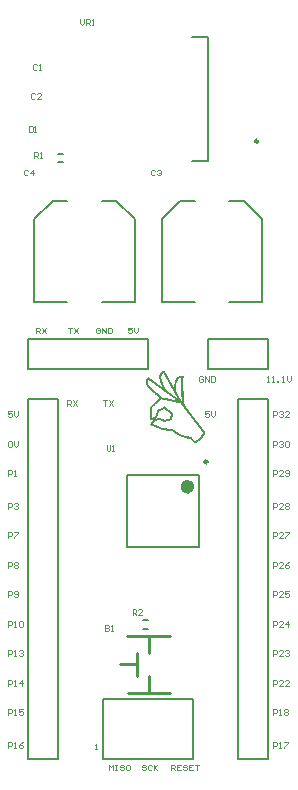
<source format=gto>
G04 Layer_Color=65535*
%FSLAX24Y24*%
%MOIN*%
G70*
G01*
G75*
%ADD19C,0.0100*%
%ADD26C,0.0098*%
%ADD27C,0.0236*%
%ADD28C,0.0079*%
%ADD29C,0.0049*%
G36*
X5435Y13644D02*
Y13637D01*
X5441D01*
Y13631D01*
X5448D01*
Y13624D01*
Y13617D01*
X5455D01*
Y13611D01*
Y13604D01*
X5461D01*
Y13597D01*
Y13591D01*
X5468D01*
Y13584D01*
Y13577D01*
X5475D01*
Y13571D01*
X5482D01*
Y13564D01*
Y13557D01*
X5488D01*
Y13551D01*
Y13544D01*
X5495D01*
Y13537D01*
Y13531D01*
X5502D01*
Y13524D01*
X5508D01*
Y13517D01*
Y13511D01*
X5515D01*
Y13504D01*
Y13497D01*
X5522D01*
Y13490D01*
Y13484D01*
X5528D01*
Y13477D01*
Y13470D01*
X5535D01*
Y13464D01*
X5542D01*
Y13457D01*
Y13450D01*
X5548D01*
Y13444D01*
Y13437D01*
X5555D01*
Y13430D01*
Y13424D01*
X5562D01*
Y13417D01*
X5568D01*
Y13410D01*
Y13404D01*
X5575D01*
Y13397D01*
Y13390D01*
X5582D01*
Y13384D01*
Y13377D01*
X5588D01*
Y13370D01*
X5595D01*
Y13364D01*
Y13357D01*
X5602D01*
Y13350D01*
Y13344D01*
X5608D01*
Y13337D01*
Y13330D01*
X5615D01*
Y13324D01*
Y13317D01*
X5622D01*
Y13310D01*
X5628D01*
Y13304D01*
Y13297D01*
X5635D01*
Y13290D01*
Y13284D01*
X5642D01*
Y13277D01*
Y13270D01*
X5648D01*
Y13264D01*
X5655D01*
Y13257D01*
Y13250D01*
X5662D01*
Y13243D01*
Y13237D01*
X5668D01*
Y13230D01*
Y13223D01*
X5675D01*
Y13217D01*
Y13210D01*
X5682D01*
Y13203D01*
X5688D01*
Y13197D01*
Y13190D01*
X5695D01*
Y13183D01*
Y13177D01*
X5702D01*
Y13170D01*
Y13163D01*
X5709D01*
Y13157D01*
X5715D01*
Y13150D01*
Y13143D01*
X5722D01*
Y13137D01*
Y13130D01*
X5729D01*
Y13123D01*
Y13117D01*
X5735D01*
Y13110D01*
X5742D01*
Y13103D01*
Y13097D01*
X5749D01*
Y13090D01*
X5755D01*
Y13097D01*
Y13103D01*
Y13110D01*
Y13117D01*
Y13123D01*
Y13130D01*
Y13137D01*
X5762D01*
Y13143D01*
Y13150D01*
Y13157D01*
Y13163D01*
Y13170D01*
Y13177D01*
Y13183D01*
Y13190D01*
X5769D01*
Y13197D01*
Y13203D01*
Y13210D01*
Y13217D01*
Y13223D01*
Y13230D01*
Y13237D01*
X5775D01*
Y13243D01*
Y13250D01*
Y13257D01*
Y13264D01*
X5782D01*
Y13270D01*
Y13277D01*
Y13284D01*
Y13290D01*
X5789D01*
Y13297D01*
Y13304D01*
Y13310D01*
X5795D01*
Y13317D01*
Y13324D01*
Y13330D01*
X5802D01*
Y13337D01*
Y13344D01*
X5809D01*
Y13350D01*
Y13357D01*
X5815D01*
Y13364D01*
Y13370D01*
X5822D01*
Y13377D01*
X5829D01*
Y13384D01*
Y13390D01*
X5835D01*
Y13397D01*
X5842D01*
Y13404D01*
X5849D01*
Y13410D01*
X5855D01*
Y13417D01*
X5862D01*
Y13424D01*
X5869D01*
Y13430D01*
X5875D01*
Y13437D01*
X5889D01*
Y13444D01*
X5895D01*
Y13450D01*
X5909D01*
Y13457D01*
X5922D01*
Y13464D01*
X5942D01*
Y13470D01*
X5969D01*
Y13477D01*
X6069D01*
Y13470D01*
Y13464D01*
Y13457D01*
Y13450D01*
Y13444D01*
Y13437D01*
Y13430D01*
Y13424D01*
Y13417D01*
X6062D01*
Y13410D01*
Y13404D01*
Y13397D01*
Y13390D01*
Y13384D01*
Y13377D01*
Y13370D01*
Y13364D01*
Y13357D01*
Y13350D01*
Y13344D01*
Y13337D01*
Y13330D01*
Y13324D01*
Y13317D01*
Y13310D01*
Y13304D01*
Y13297D01*
Y13290D01*
Y13284D01*
Y13277D01*
Y13270D01*
X6056D01*
Y13264D01*
Y13257D01*
Y13250D01*
Y13243D01*
Y13237D01*
Y13230D01*
Y13223D01*
Y13217D01*
Y13210D01*
Y13203D01*
X6062D01*
Y13197D01*
Y13190D01*
Y13183D01*
Y13177D01*
Y13170D01*
Y13163D01*
Y13157D01*
Y13150D01*
Y13143D01*
Y13137D01*
Y13130D01*
Y13123D01*
Y13117D01*
Y13110D01*
Y13103D01*
Y13097D01*
Y13090D01*
Y13083D01*
Y13077D01*
Y13070D01*
Y13063D01*
Y13057D01*
Y13050D01*
Y13043D01*
Y13037D01*
Y13030D01*
Y13023D01*
Y13017D01*
Y13010D01*
Y13003D01*
Y12996D01*
Y12990D01*
Y12983D01*
X6069D01*
Y12976D01*
Y12970D01*
Y12963D01*
Y12956D01*
Y12950D01*
Y12943D01*
Y12936D01*
Y12930D01*
Y12923D01*
Y12916D01*
Y12910D01*
Y12903D01*
Y12896D01*
Y12890D01*
Y12883D01*
Y12876D01*
X6076D01*
Y12870D01*
Y12863D01*
Y12856D01*
Y12850D01*
Y12843D01*
Y12836D01*
Y12830D01*
Y12823D01*
Y12816D01*
Y12810D01*
Y12803D01*
Y12796D01*
X6082D01*
Y12790D01*
Y12783D01*
Y12776D01*
Y12770D01*
Y12763D01*
Y12756D01*
Y12749D01*
Y12743D01*
Y12736D01*
Y12729D01*
Y12723D01*
X6089D01*
Y12716D01*
Y12709D01*
Y12703D01*
Y12696D01*
Y12689D01*
Y12683D01*
Y12676D01*
Y12669D01*
Y12663D01*
Y12656D01*
X6096D01*
Y12649D01*
Y12643D01*
Y12636D01*
Y12629D01*
Y12623D01*
Y12616D01*
Y12609D01*
Y12603D01*
Y12596D01*
X6102D01*
Y12589D01*
Y12583D01*
Y12576D01*
Y12569D01*
Y12563D01*
Y12556D01*
Y12549D01*
Y12543D01*
X6109D01*
Y12536D01*
Y12529D01*
Y12523D01*
Y12516D01*
Y12509D01*
Y12502D01*
Y12496D01*
Y12489D01*
X6116D01*
Y12482D01*
X6122D01*
Y12476D01*
Y12469D01*
X6129D01*
Y12462D01*
X6136D01*
Y12456D01*
X6142D01*
Y12449D01*
Y12442D01*
X6149D01*
Y12436D01*
X6156D01*
Y12429D01*
X6162D01*
Y12422D01*
Y12416D01*
X6169D01*
Y12409D01*
X6176D01*
Y12402D01*
X6182D01*
Y12396D01*
Y12389D01*
X6189D01*
Y12382D01*
X6196D01*
Y12376D01*
X6202D01*
Y12369D01*
X6209D01*
Y12362D01*
Y12356D01*
X6216D01*
Y12349D01*
X6223D01*
Y12342D01*
X6229D01*
Y12336D01*
Y12329D01*
X6236D01*
Y12322D01*
X6243D01*
Y12316D01*
X6249D01*
Y12309D01*
Y12302D01*
X6256D01*
Y12296D01*
X6263D01*
Y12289D01*
X6269D01*
Y12282D01*
Y12276D01*
X6276D01*
Y12269D01*
X6283D01*
Y12262D01*
X6289D01*
Y12255D01*
Y12249D01*
X6296D01*
Y12242D01*
X6303D01*
Y12235D01*
X6309D01*
Y12229D01*
X6316D01*
Y12222D01*
Y12215D01*
X6323D01*
Y12209D01*
X6329D01*
Y12202D01*
X6336D01*
Y12195D01*
Y12189D01*
X6343D01*
Y12182D01*
X6349D01*
Y12175D01*
X6356D01*
Y12169D01*
Y12162D01*
X6363D01*
Y12155D01*
X6369D01*
Y12149D01*
X6376D01*
Y12142D01*
Y12135D01*
X6383D01*
Y12129D01*
X6389D01*
Y12122D01*
X6396D01*
Y12115D01*
Y12109D01*
X6403D01*
Y12102D01*
X6409D01*
Y12095D01*
X6416D01*
Y12089D01*
Y12082D01*
X6423D01*
Y12075D01*
X6429D01*
Y12069D01*
X6436D01*
Y12062D01*
X6443D01*
Y12055D01*
Y12049D01*
X6449D01*
Y12042D01*
X6456D01*
Y12035D01*
X6463D01*
Y12029D01*
Y12022D01*
X6470D01*
Y12015D01*
X6476D01*
Y12008D01*
X6483D01*
Y12002D01*
Y11995D01*
X6490D01*
Y11988D01*
X6496D01*
Y11982D01*
X6503D01*
Y11975D01*
Y11968D01*
X6510D01*
Y11962D01*
X6516D01*
Y11955D01*
X6523D01*
Y11948D01*
Y11942D01*
X6530D01*
Y11935D01*
X6536D01*
Y11928D01*
X6543D01*
Y11922D01*
Y11915D01*
X6550D01*
Y11908D01*
X6556D01*
Y11902D01*
X6563D01*
Y11895D01*
X6570D01*
Y11888D01*
Y11882D01*
X6576D01*
Y11875D01*
X6583D01*
Y11868D01*
X6590D01*
Y11862D01*
Y11855D01*
X6596D01*
Y11848D01*
X6603D01*
Y11842D01*
X6610D01*
Y11835D01*
Y11828D01*
X6616D01*
Y11822D01*
X6623D01*
Y11815D01*
X6630D01*
Y11808D01*
Y11802D01*
X6636D01*
Y11795D01*
X6643D01*
Y11788D01*
X6650D01*
Y11782D01*
Y11775D01*
X6656D01*
Y11768D01*
X6663D01*
Y11761D01*
X6670D01*
Y11755D01*
X6676D01*
Y11748D01*
Y11741D01*
X6683D01*
Y11735D01*
X6690D01*
Y11728D01*
X6697D01*
Y11721D01*
Y11715D01*
X6703D01*
Y11708D01*
X6710D01*
Y11701D01*
X6717D01*
Y11695D01*
Y11688D01*
X6723D01*
Y11681D01*
X6730D01*
Y11675D01*
X6737D01*
Y11668D01*
Y11661D01*
X6743D01*
Y11655D01*
X6750D01*
Y11648D01*
X6757D01*
Y11641D01*
Y11635D01*
X6763D01*
Y11628D01*
X6770D01*
Y11621D01*
X6777D01*
Y11615D01*
Y11608D01*
X6783D01*
Y11601D01*
X6790D01*
Y11595D01*
X6797D01*
Y11588D01*
X6803D01*
Y11581D01*
Y11575D01*
X6797D01*
Y11568D01*
Y11561D01*
X6790D01*
Y11555D01*
Y11548D01*
X6783D01*
Y11541D01*
X6777D01*
Y11535D01*
Y11528D01*
X6770D01*
Y11521D01*
Y11514D01*
X6763D01*
Y11508D01*
X6757D01*
Y11501D01*
Y11494D01*
X6750D01*
Y11488D01*
X6743D01*
Y11481D01*
Y11474D01*
X6737D01*
Y11468D01*
X6730D01*
Y11461D01*
Y11454D01*
X6723D01*
Y11448D01*
X6717D01*
Y11441D01*
X6710D01*
Y11434D01*
Y11428D01*
X6703D01*
Y11421D01*
X6697D01*
Y11414D01*
X6690D01*
Y11408D01*
X6683D01*
Y11401D01*
X6676D01*
Y11394D01*
X6670D01*
Y11388D01*
Y11381D01*
X6663D01*
Y11374D01*
X6656D01*
Y11368D01*
X6650D01*
Y11361D01*
X6643D01*
Y11354D01*
X6636D01*
Y11348D01*
X6630D01*
Y11341D01*
X6623D01*
Y11334D01*
X6610D01*
Y11328D01*
X6603D01*
Y11321D01*
X6596D01*
Y11314D01*
X6590D01*
Y11308D01*
X6576D01*
Y11301D01*
X6570D01*
Y11294D01*
X6563D01*
Y11288D01*
X6550D01*
Y11281D01*
X6543D01*
Y11274D01*
X6530D01*
Y11267D01*
X6516D01*
Y11261D01*
X6503D01*
Y11254D01*
X6490D01*
Y11247D01*
X6476D01*
Y11241D01*
X6463D01*
Y11234D01*
X6443D01*
Y11227D01*
X6429D01*
Y11234D01*
X6423D01*
Y11241D01*
X6416D01*
Y11247D01*
X6409D01*
Y11254D01*
Y11261D01*
X6403D01*
Y11267D01*
X6396D01*
Y11274D01*
X6389D01*
Y11281D01*
X6383D01*
Y11288D01*
X6376D01*
Y11294D01*
X6369D01*
Y11301D01*
X6363D01*
Y11308D01*
X6356D01*
Y11314D01*
X6349D01*
Y11321D01*
X6343D01*
Y11328D01*
X6336D01*
Y11334D01*
X6329D01*
Y11341D01*
X6323D01*
Y11348D01*
X6316D01*
Y11354D01*
X6309D01*
Y11361D01*
X6303D01*
Y11368D01*
X6296D01*
Y11374D01*
X6276D01*
Y11381D01*
X6236D01*
Y11388D01*
X6202D01*
Y11394D01*
X6169D01*
Y11401D01*
X6142D01*
Y11408D01*
X6122D01*
Y11414D01*
X6096D01*
Y11421D01*
X6076D01*
Y11428D01*
X6056D01*
Y11434D01*
X6036D01*
Y11441D01*
X6016D01*
Y11448D01*
X6002D01*
Y11454D01*
X5982D01*
Y11461D01*
X5969D01*
Y11468D01*
X5956D01*
Y11474D01*
X5942D01*
Y11481D01*
X5922D01*
Y11488D01*
X5909D01*
Y11494D01*
X5895D01*
Y11501D01*
X5889D01*
Y11508D01*
X5875D01*
Y11514D01*
X5862D01*
Y11521D01*
X5849D01*
Y11528D01*
X5842D01*
Y11535D01*
X5829D01*
Y11541D01*
X5815D01*
Y11548D01*
X5809D01*
Y11555D01*
X5795D01*
Y11561D01*
X5789D01*
Y11568D01*
X5775D01*
Y11575D01*
X5769D01*
Y11581D01*
X5755D01*
Y11588D01*
X5749D01*
Y11595D01*
X5742D01*
Y11601D01*
X5735D01*
Y11608D01*
X5722D01*
Y11615D01*
X5715D01*
Y11621D01*
X5709D01*
Y11628D01*
X5702D01*
Y11635D01*
X5688D01*
Y11641D01*
X5622D01*
Y11648D01*
X5562D01*
Y11655D01*
X5502D01*
Y11661D01*
X5435D01*
Y11668D01*
X5375D01*
Y11675D01*
X5355D01*
Y11681D01*
X5335D01*
Y11688D01*
X5321D01*
Y11695D01*
X5301D01*
Y11701D01*
X5288D01*
Y11708D01*
X5275D01*
Y11715D01*
X5255D01*
Y11721D01*
X5241D01*
Y11728D01*
X5228D01*
Y11735D01*
X5208D01*
Y11741D01*
X5194D01*
Y11748D01*
X5174D01*
Y11755D01*
X5161D01*
Y11761D01*
X5148D01*
Y11768D01*
X5128D01*
Y11775D01*
X5114D01*
Y11782D01*
X5101D01*
Y11788D01*
X5081D01*
Y11795D01*
X5068D01*
Y11802D01*
X5048D01*
Y11808D01*
X5034D01*
Y11815D01*
X5021D01*
Y11822D01*
X5001D01*
Y11828D01*
X4988D01*
Y11835D01*
X4974D01*
Y11842D01*
X4954D01*
Y11848D01*
X4947D01*
Y11855D01*
X4954D01*
Y11862D01*
Y11868D01*
X4961D01*
Y11875D01*
Y11882D01*
X4967D01*
Y11888D01*
X4974D01*
Y11895D01*
Y11902D01*
X4981D01*
Y11908D01*
Y11915D01*
X4988D01*
Y11922D01*
X4994D01*
Y11928D01*
X5001D01*
Y11935D01*
Y11942D01*
X5008D01*
Y11948D01*
X5014D01*
Y11955D01*
X5021D01*
Y11962D01*
Y11968D01*
X5028D01*
Y11975D01*
X5034D01*
Y11982D01*
X5041D01*
Y11988D01*
X5048D01*
Y11995D01*
X5061D01*
Y12002D01*
X5068D01*
Y12008D01*
X5074D01*
Y12015D01*
X5081D01*
Y12022D01*
X5061D01*
Y12015D01*
X5041D01*
Y12008D01*
X5008D01*
Y12002D01*
X4941D01*
Y12008D01*
Y12015D01*
Y12022D01*
Y12029D01*
Y12035D01*
Y12042D01*
Y12049D01*
Y12055D01*
Y12062D01*
Y12069D01*
Y12075D01*
Y12082D01*
Y12089D01*
Y12095D01*
Y12102D01*
Y12109D01*
Y12115D01*
Y12122D01*
Y12129D01*
Y12135D01*
Y12142D01*
Y12149D01*
Y12155D01*
Y12162D01*
Y12169D01*
Y12175D01*
Y12182D01*
Y12189D01*
Y12195D01*
Y12202D01*
Y12209D01*
Y12215D01*
Y12222D01*
Y12229D01*
Y12235D01*
Y12242D01*
Y12249D01*
Y12255D01*
Y12262D01*
Y12269D01*
Y12276D01*
Y12282D01*
Y12289D01*
Y12296D01*
Y12302D01*
Y12309D01*
Y12316D01*
Y12322D01*
Y12329D01*
Y12336D01*
Y12342D01*
Y12349D01*
Y12356D01*
Y12362D01*
Y12369D01*
Y12376D01*
Y12382D01*
Y12389D01*
Y12396D01*
Y12402D01*
Y12409D01*
Y12416D01*
Y12422D01*
Y12429D01*
X4947D01*
Y12436D01*
X4954D01*
Y12442D01*
X4961D01*
Y12449D01*
X4967D01*
Y12456D01*
X4974D01*
Y12462D01*
X4981D01*
Y12469D01*
X4988D01*
Y12476D01*
X4994D01*
Y12482D01*
X5001D01*
Y12489D01*
X5008D01*
Y12496D01*
X5014D01*
Y12502D01*
X5021D01*
Y12509D01*
X5028D01*
Y12516D01*
X5041D01*
Y12523D01*
X5048D01*
Y12529D01*
X5054D01*
Y12536D01*
X5061D01*
Y12543D01*
X5068D01*
Y12549D01*
X5074D01*
Y12556D01*
X5081D01*
Y12563D01*
X5088D01*
Y12569D01*
X5094D01*
Y12576D01*
X5101D01*
Y12583D01*
X5108D01*
Y12589D01*
X5114D01*
Y12596D01*
X5121D01*
Y12603D01*
X5134D01*
Y12609D01*
X5141D01*
Y12616D01*
X5148D01*
Y12623D01*
X5154D01*
Y12629D01*
X5161D01*
Y12636D01*
X5168D01*
Y12643D01*
X5174D01*
Y12649D01*
X5181D01*
Y12656D01*
X5188D01*
Y12663D01*
X5194D01*
Y12669D01*
X5201D01*
Y12676D01*
X5208D01*
Y12683D01*
X5214D01*
Y12689D01*
X5221D01*
Y12696D01*
X5235D01*
Y12703D01*
X5241D01*
Y12709D01*
X5248D01*
Y12716D01*
X5255D01*
Y12723D01*
X5261D01*
Y12729D01*
X5268D01*
Y12736D01*
X5275D01*
Y12743D01*
X5268D01*
Y12749D01*
X5261D01*
Y12756D01*
X5255D01*
Y12763D01*
X5248D01*
Y12770D01*
X5241D01*
Y12776D01*
X5235D01*
Y12783D01*
X5221D01*
Y12790D01*
X5214D01*
Y12796D01*
X5208D01*
Y12803D01*
X5201D01*
Y12810D01*
X5194D01*
Y12816D01*
X5181D01*
Y12823D01*
X5174D01*
Y12830D01*
X5168D01*
Y12836D01*
X5161D01*
Y12843D01*
X5154D01*
Y12850D01*
X5148D01*
Y12856D01*
X5134D01*
Y12863D01*
X5128D01*
Y12870D01*
X5121D01*
Y12876D01*
X5114D01*
Y12883D01*
X5108D01*
Y12890D01*
X5094D01*
Y12896D01*
X5088D01*
Y12903D01*
X5081D01*
Y12910D01*
X5074D01*
Y12916D01*
X5068D01*
Y12923D01*
X5061D01*
Y12930D01*
X5048D01*
Y12936D01*
X5041D01*
Y12943D01*
X5034D01*
Y12950D01*
X5028D01*
Y12956D01*
X5021D01*
Y12963D01*
X5008D01*
Y12970D01*
X5001D01*
Y12976D01*
X4994D01*
Y12983D01*
X4988D01*
Y12990D01*
X4981D01*
Y12996D01*
X4974D01*
Y13003D01*
X4961D01*
Y13010D01*
X4954D01*
Y13017D01*
X4947D01*
Y13023D01*
X4941D01*
Y13030D01*
X4934D01*
Y13037D01*
X4927D01*
Y13043D01*
X4921D01*
Y13050D01*
X4914D01*
Y13057D01*
X4907D01*
Y13063D01*
X4901D01*
Y13070D01*
X4894D01*
Y13077D01*
Y13083D01*
X4887D01*
Y13090D01*
X4881D01*
Y13097D01*
X4874D01*
Y13103D01*
X4867D01*
Y13110D01*
Y13117D01*
X4861D01*
Y13123D01*
X4854D01*
Y13130D01*
Y13137D01*
X4847D01*
Y13143D01*
X4841D01*
Y13150D01*
Y13157D01*
X4834D01*
Y13163D01*
Y13170D01*
X4827D01*
Y13177D01*
Y13183D01*
X4821D01*
Y13190D01*
Y13197D01*
Y13203D01*
X4814D01*
Y13210D01*
Y13217D01*
Y13223D01*
X4807D01*
Y13230D01*
Y13237D01*
Y13243D01*
Y13250D01*
Y13257D01*
Y13264D01*
Y13270D01*
Y13277D01*
Y13284D01*
Y13290D01*
Y13297D01*
X4814D01*
Y13304D01*
Y13310D01*
Y13317D01*
X4821D01*
Y13324D01*
Y13330D01*
Y13337D01*
X4827D01*
Y13344D01*
Y13350D01*
X4834D01*
Y13357D01*
Y13364D01*
X4841D01*
Y13370D01*
Y13377D01*
X4847D01*
Y13384D01*
X4854D01*
Y13390D01*
Y13397D01*
X4861D01*
Y13404D01*
X4867D01*
Y13410D01*
X4874D01*
Y13417D01*
X4881D01*
Y13424D01*
Y13430D01*
X4887D01*
Y13437D01*
X4901D01*
Y13430D01*
X4907D01*
Y13424D01*
X4914D01*
Y13417D01*
X4927D01*
Y13410D01*
X4934D01*
Y13404D01*
X4947D01*
Y13397D01*
X4954D01*
Y13390D01*
X4961D01*
Y13384D01*
X4974D01*
Y13377D01*
X4981D01*
Y13370D01*
X4988D01*
Y13364D01*
X5001D01*
Y13357D01*
X5008D01*
Y13350D01*
X5021D01*
Y13344D01*
X5028D01*
Y13337D01*
X5034D01*
Y13330D01*
X5048D01*
Y13324D01*
X5054D01*
Y13317D01*
X5061D01*
Y13310D01*
X5074D01*
Y13304D01*
X5081D01*
Y13297D01*
X5094D01*
Y13290D01*
X5101D01*
Y13284D01*
X5108D01*
Y13277D01*
X5121D01*
Y13270D01*
X5128D01*
Y13264D01*
X5134D01*
Y13257D01*
X5148D01*
Y13250D01*
X5154D01*
Y13243D01*
X5161D01*
Y13237D01*
X5174D01*
Y13230D01*
X5181D01*
Y13223D01*
X5194D01*
Y13217D01*
X5201D01*
Y13210D01*
X5208D01*
Y13203D01*
X5221D01*
Y13197D01*
X5228D01*
Y13190D01*
X5235D01*
Y13183D01*
X5248D01*
Y13177D01*
X5255D01*
Y13170D01*
X5268D01*
Y13163D01*
X5275D01*
Y13157D01*
X5281D01*
Y13150D01*
X5295D01*
Y13143D01*
X5301D01*
Y13137D01*
X5308D01*
Y13130D01*
X5321D01*
Y13123D01*
X5328D01*
Y13117D01*
X5341D01*
Y13110D01*
X5348D01*
Y13103D01*
X5355D01*
Y13097D01*
X5368D01*
Y13103D01*
Y13110D01*
X5361D01*
Y13117D01*
Y13123D01*
X5355D01*
Y13130D01*
Y13137D01*
X5348D01*
Y13143D01*
Y13150D01*
X5341D01*
Y13157D01*
Y13163D01*
Y13170D01*
X5335D01*
Y13177D01*
Y13183D01*
X5328D01*
Y13190D01*
Y13197D01*
X5321D01*
Y13203D01*
Y13210D01*
X5315D01*
Y13217D01*
Y13223D01*
Y13230D01*
X5308D01*
Y13237D01*
Y13243D01*
X5301D01*
Y13250D01*
Y13257D01*
Y13264D01*
X5295D01*
Y13270D01*
Y13277D01*
Y13284D01*
X5288D01*
Y13290D01*
Y13297D01*
Y13304D01*
X5281D01*
Y13310D01*
Y13317D01*
Y13324D01*
Y13330D01*
X5275D01*
Y13337D01*
Y13344D01*
Y13350D01*
Y13357D01*
X5268D01*
Y13364D01*
Y13370D01*
Y13377D01*
Y13384D01*
Y13390D01*
Y13397D01*
Y13404D01*
X5261D01*
Y13410D01*
Y13417D01*
Y13424D01*
Y13430D01*
Y13437D01*
Y13444D01*
Y13450D01*
Y13457D01*
Y13464D01*
X5268D01*
Y13470D01*
Y13477D01*
Y13484D01*
Y13490D01*
Y13497D01*
X5275D01*
Y13504D01*
Y13511D01*
Y13517D01*
X5281D01*
Y13524D01*
Y13531D01*
X5288D01*
Y13537D01*
Y13544D01*
X5295D01*
Y13551D01*
X5301D01*
Y13557D01*
Y13564D01*
X5308D01*
Y13571D01*
X5315D01*
Y13577D01*
X5321D01*
Y13584D01*
X5328D01*
Y13591D01*
X5335D01*
Y13597D01*
X5341D01*
Y13604D01*
X5348D01*
Y13611D01*
X5355D01*
Y13617D01*
X5368D01*
Y13624D01*
X5375D01*
Y13631D01*
X5388D01*
Y13637D01*
X5401D01*
Y13644D01*
X5415D01*
Y13651D01*
X5435D01*
Y13644D01*
D02*
G37*
%LPC*%
G36*
X5088Y12029D02*
X5081D01*
Y12022D01*
X5088D01*
Y12029D01*
D02*
G37*
G36*
X5448Y12382D02*
X5435D01*
Y12376D01*
X5421D01*
Y12369D01*
X5408D01*
Y12362D01*
X5395D01*
Y12356D01*
X5381D01*
Y12349D01*
X5368D01*
Y12342D01*
X5355D01*
Y12336D01*
X5341D01*
Y12329D01*
X5328D01*
Y12322D01*
X5315D01*
Y12316D01*
X5301D01*
Y12309D01*
X5281D01*
Y12302D01*
X5268D01*
Y12296D01*
X5255D01*
Y12289D01*
X5241D01*
Y12282D01*
Y12276D01*
Y12269D01*
Y12262D01*
Y12255D01*
Y12249D01*
Y12242D01*
X5235D01*
Y12235D01*
Y12229D01*
Y12222D01*
Y12215D01*
X5228D01*
Y12209D01*
Y12202D01*
Y12195D01*
Y12189D01*
X5221D01*
Y12182D01*
Y12175D01*
Y12169D01*
X5214D01*
Y12162D01*
Y12155D01*
X5208D01*
Y12149D01*
Y12142D01*
X5201D01*
Y12135D01*
Y12129D01*
X5194D01*
Y12122D01*
Y12115D01*
X5188D01*
Y12109D01*
X5181D01*
Y12102D01*
Y12095D01*
X5174D01*
Y12089D01*
X5168D01*
Y12082D01*
X5161D01*
Y12075D01*
X5154D01*
Y12069D01*
X5148D01*
Y12062D01*
X5141D01*
Y12055D01*
X5128D01*
Y12049D01*
Y12042D01*
X5134D01*
Y12049D01*
X5148D01*
Y12055D01*
X5174D01*
Y12062D01*
X5208D01*
Y12069D01*
X5281D01*
Y12062D01*
X5315D01*
Y12055D01*
X5341D01*
Y12049D01*
X5361D01*
Y12042D01*
X5381D01*
Y12035D01*
X5395D01*
Y12029D01*
X5408D01*
Y12022D01*
X5428D01*
Y12015D01*
X5435D01*
Y12008D01*
X5448D01*
Y12015D01*
X5468D01*
Y12022D01*
X5488D01*
Y12029D01*
X5515D01*
Y12035D01*
X5535D01*
Y12042D01*
X5562D01*
Y12049D01*
X5588D01*
Y12055D01*
X5615D01*
Y12062D01*
X5628D01*
Y12069D01*
Y12075D01*
Y12082D01*
Y12089D01*
Y12095D01*
X5635D01*
Y12102D01*
Y12109D01*
Y12115D01*
Y12122D01*
Y12129D01*
Y12135D01*
X5642D01*
Y12142D01*
Y12149D01*
Y12155D01*
Y12162D01*
Y12169D01*
Y12175D01*
Y12182D01*
Y12189D01*
Y12195D01*
Y12202D01*
Y12209D01*
Y12215D01*
X5628D01*
Y12222D01*
X5622D01*
Y12229D01*
X5615D01*
Y12235D01*
X5602D01*
Y12242D01*
X5595D01*
Y12249D01*
X5588D01*
Y12255D01*
X5582D01*
Y12262D01*
X5568D01*
Y12269D01*
X5562D01*
Y12276D01*
X5555D01*
Y12282D01*
X5548D01*
Y12289D01*
X5542D01*
Y12296D01*
X5535D01*
Y12302D01*
X5522D01*
Y12309D01*
X5515D01*
Y12316D01*
X5508D01*
Y12322D01*
X5502D01*
Y12329D01*
X5495D01*
Y12336D01*
X5488D01*
Y12342D01*
X5482D01*
Y12349D01*
X5475D01*
Y12356D01*
X5468D01*
Y12362D01*
X5461D01*
Y12369D01*
X5455D01*
Y12376D01*
X5448D01*
Y12382D01*
D02*
G37*
G36*
X5341Y12703D02*
X5328D01*
Y12696D01*
X5321D01*
Y12689D01*
X5315D01*
Y12683D01*
X5308D01*
Y12676D01*
X5301D01*
Y12669D01*
X5295D01*
Y12663D01*
X5288D01*
Y12656D01*
X5281D01*
Y12649D01*
X5275D01*
Y12643D01*
X5261D01*
Y12636D01*
X5255D01*
Y12629D01*
X5248D01*
Y12623D01*
X5241D01*
Y12616D01*
X5235D01*
Y12609D01*
X5228D01*
Y12603D01*
X5221D01*
Y12596D01*
X5214D01*
Y12589D01*
X5208D01*
Y12583D01*
X5201D01*
Y12576D01*
X5194D01*
Y12569D01*
X5188D01*
Y12563D01*
X5181D01*
Y12556D01*
X5168D01*
Y12549D01*
X5161D01*
Y12543D01*
X5154D01*
Y12536D01*
X5148D01*
Y12529D01*
X5141D01*
Y12523D01*
X5134D01*
Y12516D01*
X5128D01*
Y12509D01*
X5121D01*
Y12502D01*
X5114D01*
Y12496D01*
X5108D01*
Y12489D01*
X5101D01*
Y12482D01*
X5094D01*
Y12476D01*
X5081D01*
Y12469D01*
X5074D01*
Y12462D01*
X5068D01*
Y12456D01*
X5061D01*
Y12449D01*
X5054D01*
Y12442D01*
X5048D01*
Y12436D01*
X5041D01*
Y12429D01*
X5034D01*
Y12422D01*
X5028D01*
Y12416D01*
X5021D01*
Y12409D01*
X5014D01*
Y12402D01*
X5008D01*
Y12396D01*
Y12389D01*
Y12382D01*
Y12376D01*
Y12369D01*
Y12362D01*
Y12356D01*
Y12349D01*
Y12342D01*
Y12336D01*
Y12329D01*
Y12322D01*
Y12316D01*
Y12309D01*
Y12302D01*
Y12296D01*
Y12289D01*
Y12282D01*
Y12276D01*
Y12269D01*
Y12262D01*
Y12255D01*
Y12249D01*
Y12242D01*
Y12235D01*
Y12229D01*
Y12222D01*
Y12215D01*
Y12209D01*
Y12202D01*
Y12195D01*
Y12189D01*
Y12182D01*
Y12175D01*
Y12169D01*
Y12162D01*
Y12155D01*
Y12149D01*
Y12142D01*
Y12135D01*
Y12129D01*
Y12122D01*
Y12115D01*
Y12109D01*
Y12102D01*
Y12095D01*
Y12089D01*
Y12082D01*
Y12075D01*
X5028D01*
Y12082D01*
X5048D01*
Y12089D01*
X5068D01*
Y12095D01*
X5074D01*
Y12102D01*
X5088D01*
Y12109D01*
X5101D01*
Y12115D01*
X5108D01*
Y12122D01*
X5114D01*
Y12129D01*
X5121D01*
Y12135D01*
X5128D01*
Y12142D01*
X5134D01*
Y12149D01*
X5141D01*
Y12155D01*
Y12162D01*
X5148D01*
Y12169D01*
Y12175D01*
X5154D01*
Y12182D01*
Y12189D01*
X5161D01*
Y12195D01*
Y12202D01*
Y12209D01*
X5168D01*
Y12215D01*
Y12222D01*
Y12229D01*
Y12235D01*
Y12242D01*
X5174D01*
Y12249D01*
Y12255D01*
Y12262D01*
Y12269D01*
Y12276D01*
Y12282D01*
Y12289D01*
Y12296D01*
Y12302D01*
Y12309D01*
Y12316D01*
Y12322D01*
Y12329D01*
Y12336D01*
Y12342D01*
X5194D01*
Y12349D01*
X5214D01*
Y12356D01*
X5235D01*
Y12362D01*
X5255D01*
Y12369D01*
X5268D01*
Y12376D01*
X5281D01*
Y12382D01*
X5301D01*
Y12389D01*
X5315D01*
Y12396D01*
X5328D01*
Y12402D01*
X5341D01*
Y12409D01*
X5355D01*
Y12416D01*
X5368D01*
Y12422D01*
X5375D01*
Y12429D01*
X5388D01*
Y12436D01*
X5401D01*
Y12442D01*
X5415D01*
Y12449D01*
X5421D01*
Y12456D01*
X5435D01*
Y12462D01*
X5441D01*
Y12469D01*
X5461D01*
Y12462D01*
X5468D01*
Y12456D01*
X5475D01*
Y12449D01*
X5482D01*
Y12442D01*
Y12436D01*
X5488D01*
Y12429D01*
X5495D01*
Y12422D01*
X5502D01*
Y12416D01*
X5508D01*
Y12409D01*
X5522D01*
Y12402D01*
X5528D01*
Y12396D01*
X5535D01*
Y12389D01*
X5542D01*
Y12382D01*
X5548D01*
Y12376D01*
X5555D01*
Y12369D01*
X5562D01*
Y12362D01*
X5568D01*
Y12356D01*
X5575D01*
Y12349D01*
X5582D01*
Y12342D01*
X5588D01*
Y12336D01*
X5595D01*
Y12329D01*
X5608D01*
Y12322D01*
X5615D01*
Y12316D01*
X5622D01*
Y12309D01*
X5628D01*
Y12302D01*
X5635D01*
Y12296D01*
X5642D01*
Y12289D01*
X5648D01*
Y12282D01*
X5662D01*
Y12276D01*
X5668D01*
Y12269D01*
X5675D01*
Y12262D01*
X5682D01*
Y12255D01*
X5695D01*
Y12249D01*
X5702D01*
Y12242D01*
X5709D01*
Y12235D01*
X5715D01*
Y12229D01*
Y12222D01*
Y12215D01*
Y12209D01*
Y12202D01*
Y12195D01*
Y12189D01*
Y12182D01*
Y12175D01*
Y12169D01*
X5709D01*
Y12162D01*
Y12155D01*
Y12149D01*
Y12142D01*
Y12135D01*
Y12129D01*
Y12122D01*
X5702D01*
Y12115D01*
Y12109D01*
Y12102D01*
Y12095D01*
Y12089D01*
X5695D01*
Y12082D01*
Y12075D01*
Y12069D01*
Y12062D01*
X5688D01*
Y12055D01*
Y12049D01*
Y12042D01*
Y12035D01*
X5682D01*
Y12029D01*
Y12022D01*
Y12015D01*
Y12008D01*
X5675D01*
Y12002D01*
X5662D01*
Y11995D01*
X5628D01*
Y11988D01*
X5595D01*
Y11982D01*
X5568D01*
Y11975D01*
X5548D01*
Y11968D01*
X5522D01*
Y11962D01*
X5502D01*
Y11955D01*
X5475D01*
Y11948D01*
X5448D01*
Y11942D01*
X5415D01*
Y11948D01*
X5408D01*
Y11955D01*
X5395D01*
Y11962D01*
X5381D01*
Y11968D01*
X5368D01*
Y11975D01*
X5355D01*
Y11982D01*
X5335D01*
Y11988D01*
X5315D01*
Y11995D01*
X5275D01*
Y12002D01*
X5221D01*
Y11995D01*
X5188D01*
Y11988D01*
X5168D01*
Y11982D01*
X5154D01*
Y11975D01*
X5141D01*
Y11968D01*
X5134D01*
Y11962D01*
X5121D01*
Y11955D01*
X5114D01*
Y11948D01*
X5108D01*
Y11942D01*
X5101D01*
Y11935D01*
X5094D01*
Y11928D01*
X5088D01*
Y11922D01*
X5081D01*
Y11915D01*
X5074D01*
Y11908D01*
X5068D01*
Y11902D01*
X5061D01*
Y11895D01*
Y11888D01*
X5054D01*
Y11882D01*
Y11875D01*
X5068D01*
Y11868D01*
X5088D01*
Y11862D01*
X5101D01*
Y11855D01*
X5114D01*
Y11848D01*
X5134D01*
Y11842D01*
X5148D01*
Y11835D01*
X5161D01*
Y11828D01*
X5181D01*
Y11822D01*
X5194D01*
Y11815D01*
X5208D01*
Y11808D01*
X5228D01*
Y11802D01*
X5241D01*
Y11795D01*
X5261D01*
Y11788D01*
X5275D01*
Y11782D01*
X5288D01*
Y11775D01*
X5308D01*
Y11768D01*
X5321D01*
Y11761D01*
X5335D01*
Y11755D01*
X5355D01*
Y11748D01*
X5368D01*
Y11741D01*
X5395D01*
Y11735D01*
X5461D01*
Y11728D01*
X5535D01*
Y11721D01*
X5608D01*
Y11715D01*
X5675D01*
Y11708D01*
X5715D01*
Y11701D01*
X5722D01*
Y11695D01*
X5729D01*
Y11688D01*
X5735D01*
Y11681D01*
X5749D01*
Y11675D01*
X5755D01*
Y11668D01*
X5762D01*
Y11661D01*
X5769D01*
Y11655D01*
X5782D01*
Y11648D01*
X5789D01*
Y11641D01*
X5795D01*
Y11635D01*
X5809D01*
Y11628D01*
X5815D01*
Y11621D01*
X5829D01*
Y11615D01*
X5835D01*
Y11608D01*
X5849D01*
Y11601D01*
X5855D01*
Y11595D01*
X5869D01*
Y11588D01*
X5875D01*
Y11581D01*
X5889D01*
Y11575D01*
X5902D01*
Y11568D01*
X5915D01*
Y11561D01*
X5929D01*
Y11555D01*
X5942D01*
Y11548D01*
X5956D01*
Y11541D01*
X5969D01*
Y11535D01*
X5982D01*
Y11528D01*
X5996D01*
Y11521D01*
X6016D01*
Y11514D01*
X6029D01*
Y11508D01*
X6049D01*
Y11501D01*
X6069D01*
Y11494D01*
X6089D01*
Y11488D01*
X6109D01*
Y11481D01*
X6136D01*
Y11474D01*
X6162D01*
Y11468D01*
X6196D01*
Y11461D01*
X6236D01*
Y11454D01*
X6296D01*
Y11448D01*
X6316D01*
Y11441D01*
X6323D01*
Y11434D01*
X6329D01*
Y11428D01*
X6336D01*
Y11421D01*
X6343D01*
Y11414D01*
X6349D01*
Y11408D01*
Y11401D01*
X6356D01*
Y11394D01*
X6363D01*
Y11388D01*
X6369D01*
Y11381D01*
X6376D01*
Y11374D01*
X6383D01*
Y11368D01*
X6389D01*
Y11361D01*
X6396D01*
Y11354D01*
X6403D01*
Y11348D01*
X6409D01*
Y11341D01*
X6416D01*
Y11334D01*
Y11328D01*
X6423D01*
Y11321D01*
X6429D01*
Y11314D01*
X6436D01*
Y11308D01*
X6443D01*
Y11301D01*
X6463D01*
Y11308D01*
X6476D01*
Y11314D01*
X6483D01*
Y11321D01*
X6496D01*
Y11328D01*
X6503D01*
Y11334D01*
X6510D01*
Y11341D01*
X6523D01*
Y11348D01*
X6530D01*
Y11354D01*
X6536D01*
Y11361D01*
X6543D01*
Y11368D01*
X6556D01*
Y11374D01*
X6563D01*
Y11381D01*
X6570D01*
Y11388D01*
X6576D01*
Y11394D01*
X6583D01*
Y11401D01*
X6590D01*
Y11408D01*
X6596D01*
Y11414D01*
X6603D01*
Y11421D01*
X6610D01*
Y11428D01*
X6616D01*
Y11434D01*
X6623D01*
Y11441D01*
X6630D01*
Y11448D01*
Y11454D01*
X6636D01*
Y11461D01*
X6643D01*
Y11468D01*
X6650D01*
Y11474D01*
X6656D01*
Y11481D01*
Y11488D01*
X6663D01*
Y11494D01*
X6670D01*
Y11501D01*
X6676D01*
Y11508D01*
Y11514D01*
X6683D01*
Y11521D01*
X6690D01*
Y11528D01*
Y11535D01*
X6697D01*
Y11541D01*
Y11548D01*
X6703D01*
Y11555D01*
X6710D01*
Y11561D01*
Y11568D01*
X6717D01*
Y11575D01*
Y11581D01*
Y11588D01*
X6710D01*
Y11595D01*
Y11601D01*
X6703D01*
Y11608D01*
X6697D01*
Y11615D01*
X6690D01*
Y11621D01*
Y11628D01*
X6683D01*
Y11635D01*
X6676D01*
Y11641D01*
X6670D01*
Y11648D01*
X6663D01*
Y11655D01*
Y11661D01*
X6656D01*
Y11668D01*
X6650D01*
Y11675D01*
X6643D01*
Y11681D01*
Y11688D01*
X6636D01*
Y11695D01*
X6630D01*
Y11701D01*
X6623D01*
Y11708D01*
Y11715D01*
X6616D01*
Y11721D01*
X6610D01*
Y11728D01*
X6603D01*
Y11735D01*
X6596D01*
Y11741D01*
Y11748D01*
X6590D01*
Y11755D01*
X6583D01*
Y11761D01*
X6576D01*
Y11768D01*
Y11775D01*
X6570D01*
Y11782D01*
X6563D01*
Y11788D01*
X6556D01*
Y11795D01*
Y11802D01*
X6550D01*
Y11808D01*
X6543D01*
Y11815D01*
X6536D01*
Y11822D01*
Y11828D01*
X6530D01*
Y11835D01*
X6523D01*
Y11842D01*
X6516D01*
Y11848D01*
X6510D01*
Y11855D01*
Y11862D01*
X6503D01*
Y11868D01*
X6496D01*
Y11875D01*
X6490D01*
Y11882D01*
Y11888D01*
X6483D01*
Y11895D01*
X6476D01*
Y11902D01*
X6470D01*
Y11908D01*
Y11915D01*
X6463D01*
Y11922D01*
X6456D01*
Y11928D01*
X6449D01*
Y11935D01*
X6443D01*
Y11942D01*
Y11948D01*
X6436D01*
Y11955D01*
X6429D01*
Y11962D01*
X6423D01*
Y11968D01*
Y11975D01*
X6416D01*
Y11982D01*
X6409D01*
Y11988D01*
X6403D01*
Y11995D01*
Y12002D01*
X6396D01*
Y12008D01*
X6389D01*
Y12015D01*
X6383D01*
Y12022D01*
Y12029D01*
X6376D01*
Y12035D01*
X6369D01*
Y12042D01*
X6363D01*
Y12049D01*
X6356D01*
Y12055D01*
Y12062D01*
X6349D01*
Y12069D01*
X6343D01*
Y12075D01*
X6336D01*
Y12082D01*
Y12089D01*
X6329D01*
Y12095D01*
X6323D01*
Y12102D01*
X6316D01*
Y12109D01*
Y12115D01*
X6309D01*
Y12122D01*
X6303D01*
Y12129D01*
X6296D01*
Y12135D01*
X6289D01*
Y12142D01*
Y12149D01*
X6283D01*
Y12155D01*
X6276D01*
Y12162D01*
X6269D01*
Y12169D01*
Y12175D01*
X6263D01*
Y12182D01*
X6256D01*
Y12189D01*
X6249D01*
Y12195D01*
Y12202D01*
X6243D01*
Y12209D01*
X6236D01*
Y12215D01*
X6229D01*
Y12222D01*
Y12229D01*
X6223D01*
Y12235D01*
X6216D01*
Y12242D01*
X6209D01*
Y12249D01*
X6202D01*
Y12255D01*
Y12262D01*
X6196D01*
Y12269D01*
X6189D01*
Y12276D01*
X6182D01*
Y12282D01*
Y12289D01*
X6176D01*
Y12296D01*
X6169D01*
Y12302D01*
X6162D01*
Y12309D01*
Y12316D01*
X6156D01*
Y12322D01*
X6149D01*
Y12329D01*
X6142D01*
Y12336D01*
X6136D01*
Y12342D01*
Y12349D01*
X6129D01*
Y12356D01*
X6122D01*
Y12362D01*
X6116D01*
Y12369D01*
Y12376D01*
X6109D01*
Y12382D01*
X6102D01*
Y12389D01*
X6096D01*
Y12396D01*
Y12402D01*
X6089D01*
Y12409D01*
X6082D01*
Y12416D01*
X6076D01*
Y12422D01*
Y12429D01*
X6069D01*
Y12436D01*
X6062D01*
Y12442D01*
X6056D01*
Y12449D01*
X6049D01*
Y12456D01*
Y12462D01*
X6042D01*
Y12469D01*
X6036D01*
Y12476D01*
X6029D01*
Y12482D01*
Y12489D01*
X6022D01*
Y12496D01*
X6016D01*
Y12502D01*
X6009D01*
Y12509D01*
Y12516D01*
X6002D01*
Y12523D01*
X5996D01*
Y12529D01*
X5989D01*
Y12536D01*
X5982D01*
Y12543D01*
Y12549D01*
X5976D01*
Y12556D01*
X5969D01*
Y12563D01*
X5935D01*
Y12569D01*
X5909D01*
Y12576D01*
X5875D01*
Y12583D01*
X5849D01*
Y12589D01*
X5815D01*
Y12596D01*
X5789D01*
Y12603D01*
X5762D01*
Y12609D01*
X5729D01*
Y12616D01*
X5702D01*
Y12623D01*
X5668D01*
Y12629D01*
X5642D01*
Y12636D01*
X5608D01*
Y12643D01*
X5582D01*
Y12649D01*
X5548D01*
Y12656D01*
X5522D01*
Y12663D01*
X5488D01*
Y12669D01*
X5461D01*
Y12676D01*
X5428D01*
Y12683D01*
X5401D01*
Y12689D01*
X5368D01*
Y12696D01*
X5341D01*
Y12703D01*
D02*
G37*
G36*
X5408Y13557D02*
X5395D01*
Y13551D01*
X5388D01*
Y13544D01*
X5375D01*
Y13537D01*
X5368D01*
Y13531D01*
X5361D01*
Y13524D01*
Y13517D01*
X5355D01*
Y13511D01*
X5348D01*
Y13504D01*
Y13497D01*
X5341D01*
Y13490D01*
Y13484D01*
X5335D01*
Y13477D01*
Y13470D01*
Y13464D01*
Y13457D01*
Y13450D01*
Y13444D01*
X5328D01*
Y13437D01*
Y13430D01*
Y13424D01*
X5335D01*
Y13417D01*
Y13410D01*
Y13404D01*
Y13397D01*
Y13390D01*
Y13384D01*
Y13377D01*
Y13370D01*
X5341D01*
Y13364D01*
Y13357D01*
Y13350D01*
Y13344D01*
X5348D01*
Y13337D01*
Y13330D01*
Y13324D01*
Y13317D01*
X5355D01*
Y13310D01*
Y13304D01*
Y13297D01*
X5361D01*
Y13290D01*
Y13284D01*
Y13277D01*
X5368D01*
Y13270D01*
Y13264D01*
X5375D01*
Y13257D01*
Y13250D01*
Y13243D01*
X5381D01*
Y13237D01*
Y13230D01*
X5388D01*
Y13223D01*
Y13217D01*
Y13210D01*
X5395D01*
Y13203D01*
Y13197D01*
X5401D01*
Y13190D01*
Y13183D01*
X5408D01*
Y13177D01*
Y13170D01*
Y13163D01*
X5415D01*
Y13157D01*
Y13150D01*
X5421D01*
Y13143D01*
Y13137D01*
X5428D01*
Y13130D01*
Y13123D01*
X5435D01*
Y13117D01*
Y13110D01*
X5441D01*
Y13103D01*
Y13097D01*
X5448D01*
Y13090D01*
Y13083D01*
X5455D01*
Y13077D01*
Y13070D01*
Y13063D01*
X5461D01*
Y13057D01*
Y13050D01*
X5468D01*
Y13043D01*
Y13037D01*
X5475D01*
Y13030D01*
Y13023D01*
X5482D01*
Y13017D01*
Y13010D01*
X5488D01*
Y13003D01*
X5495D01*
Y12996D01*
X5502D01*
Y12990D01*
X5515D01*
Y12983D01*
X5522D01*
Y12976D01*
X5528D01*
Y12970D01*
X5542D01*
Y12963D01*
X5548D01*
Y12956D01*
X5555D01*
Y12950D01*
X5568D01*
Y12943D01*
X5575D01*
Y12936D01*
X5582D01*
Y12930D01*
X5595D01*
Y12923D01*
X5602D01*
Y12916D01*
X5608D01*
Y12910D01*
X5622D01*
Y12903D01*
X5628D01*
Y12896D01*
X5642D01*
Y12890D01*
X5648D01*
Y12883D01*
X5655D01*
Y12876D01*
X5668D01*
Y12870D01*
X5675D01*
Y12863D01*
X5682D01*
Y12856D01*
X5695D01*
Y12850D01*
X5702D01*
Y12843D01*
X5709D01*
Y12836D01*
X5722D01*
Y12830D01*
X5729D01*
Y12823D01*
X5735D01*
Y12816D01*
X5749D01*
Y12810D01*
X5755D01*
Y12803D01*
X5769D01*
Y12796D01*
X5775D01*
Y12790D01*
X5782D01*
Y12783D01*
X5795D01*
Y12776D01*
X5802D01*
Y12770D01*
X5809D01*
Y12763D01*
X5822D01*
Y12756D01*
X5829D01*
Y12749D01*
X5835D01*
Y12743D01*
X5849D01*
Y12736D01*
X5855D01*
Y12729D01*
X5862D01*
Y12723D01*
X5869D01*
Y12729D01*
Y12736D01*
Y12743D01*
X5862D01*
Y12749D01*
X5855D01*
Y12756D01*
Y12763D01*
X5849D01*
Y12770D01*
Y12776D01*
X5842D01*
Y12783D01*
Y12790D01*
X5835D01*
Y12796D01*
Y12803D01*
X5829D01*
Y12810D01*
X5822D01*
Y12816D01*
Y12823D01*
X5815D01*
Y12830D01*
Y12836D01*
X5809D01*
Y12843D01*
Y12850D01*
X5802D01*
Y12856D01*
X5795D01*
Y12863D01*
Y12870D01*
X5789D01*
Y12876D01*
Y12883D01*
X5782D01*
Y12890D01*
Y12896D01*
X5775D01*
Y12903D01*
X5769D01*
Y12910D01*
Y12916D01*
X5762D01*
Y12923D01*
Y12930D01*
X5755D01*
Y12936D01*
Y12943D01*
X5749D01*
Y12950D01*
Y12956D01*
X5742D01*
Y12963D01*
X5735D01*
Y12970D01*
Y12976D01*
X5729D01*
Y12983D01*
Y12990D01*
X5722D01*
Y12996D01*
Y13003D01*
X5715D01*
Y13010D01*
X5709D01*
Y13017D01*
Y13023D01*
X5702D01*
Y13030D01*
Y13037D01*
X5695D01*
Y13043D01*
Y13050D01*
X5688D01*
Y13057D01*
Y13063D01*
X5682D01*
Y13070D01*
X5675D01*
Y13077D01*
Y13083D01*
X5668D01*
Y13090D01*
Y13097D01*
X5662D01*
Y13103D01*
Y13110D01*
X5655D01*
Y13117D01*
X5648D01*
Y13123D01*
Y13130D01*
X5642D01*
Y13137D01*
Y13143D01*
X5635D01*
Y13150D01*
Y13157D01*
X5628D01*
Y13163D01*
X5622D01*
Y13170D01*
Y13177D01*
X5615D01*
Y13183D01*
Y13190D01*
X5608D01*
Y13197D01*
Y13203D01*
X5602D01*
Y13210D01*
Y13217D01*
X5595D01*
Y13223D01*
X5588D01*
Y13230D01*
Y13237D01*
X5582D01*
Y13243D01*
Y13250D01*
X5575D01*
Y13257D01*
Y13264D01*
X5568D01*
Y13270D01*
X5562D01*
Y13277D01*
Y13284D01*
X5555D01*
Y13290D01*
Y13297D01*
X5548D01*
Y13304D01*
Y13310D01*
X5542D01*
Y13317D01*
Y13324D01*
X5535D01*
Y13330D01*
X5528D01*
Y13337D01*
Y13344D01*
X5522D01*
Y13350D01*
Y13357D01*
X5515D01*
Y13364D01*
Y13370D01*
X5508D01*
Y13377D01*
X5502D01*
Y13384D01*
Y13390D01*
X5495D01*
Y13397D01*
Y13404D01*
X5488D01*
Y13410D01*
Y13417D01*
X5482D01*
Y13424D01*
Y13430D01*
X5475D01*
Y13437D01*
X5468D01*
Y13444D01*
Y13450D01*
X5461D01*
Y13457D01*
Y13464D01*
X5455D01*
Y13470D01*
Y13477D01*
X5448D01*
Y13484D01*
X5441D01*
Y13490D01*
Y13497D01*
X5435D01*
Y13504D01*
Y13511D01*
X5428D01*
Y13517D01*
Y13524D01*
X5421D01*
Y13531D01*
X5415D01*
Y13537D01*
Y13544D01*
X5408D01*
Y13551D01*
Y13557D01*
D02*
G37*
G36*
X4914Y13337D02*
X4901D01*
Y13330D01*
Y13324D01*
X4894D01*
Y13317D01*
Y13310D01*
X4887D01*
Y13304D01*
Y13297D01*
Y13290D01*
Y13284D01*
X4881D01*
Y13277D01*
Y13270D01*
Y13264D01*
Y13257D01*
Y13250D01*
Y13243D01*
Y13237D01*
Y13230D01*
X4887D01*
Y13223D01*
Y13217D01*
Y13210D01*
X4894D01*
Y13203D01*
Y13197D01*
X4901D01*
Y13190D01*
Y13183D01*
X4907D01*
Y13177D01*
Y13170D01*
X4914D01*
Y13163D01*
Y13157D01*
X4921D01*
Y13150D01*
X4927D01*
Y13143D01*
X4934D01*
Y13137D01*
Y13130D01*
X4941D01*
Y13123D01*
X4947D01*
Y13117D01*
X4954D01*
Y13110D01*
X4961D01*
Y13103D01*
Y13097D01*
X4967D01*
Y13090D01*
X4974D01*
Y13083D01*
X4981D01*
Y13077D01*
X4988D01*
Y13070D01*
X4994D01*
Y13063D01*
X5001D01*
Y13057D01*
X5008D01*
Y13050D01*
X5014D01*
Y13043D01*
X5021D01*
Y13037D01*
X5028D01*
Y13030D01*
X5041D01*
Y13023D01*
X5048D01*
Y13017D01*
X5054D01*
Y13010D01*
X5061D01*
Y13003D01*
X5068D01*
Y12996D01*
X5074D01*
Y12990D01*
X5088D01*
Y12983D01*
X5094D01*
Y12976D01*
X5101D01*
Y12970D01*
X5108D01*
Y12963D01*
X5121D01*
Y12956D01*
X5128D01*
Y12950D01*
X5134D01*
Y12943D01*
X5141D01*
Y12936D01*
X5148D01*
Y12930D01*
X5161D01*
Y12923D01*
X5168D01*
Y12916D01*
X5174D01*
Y12910D01*
X5181D01*
Y12903D01*
X5194D01*
Y12896D01*
X5201D01*
Y12890D01*
X5208D01*
Y12883D01*
X5214D01*
Y12876D01*
X5221D01*
Y12870D01*
X5235D01*
Y12863D01*
X5241D01*
Y12856D01*
X5248D01*
Y12850D01*
X5255D01*
Y12843D01*
X5268D01*
Y12836D01*
X5275D01*
Y12830D01*
X5281D01*
Y12823D01*
X5288D01*
Y12816D01*
X5295D01*
Y12810D01*
X5308D01*
Y12803D01*
X5315D01*
Y12796D01*
X5321D01*
Y12790D01*
X5328D01*
Y12783D01*
X5341D01*
Y12776D01*
X5348D01*
Y12770D01*
X5355D01*
Y12763D01*
X5361D01*
Y12756D01*
X5395D01*
Y12749D01*
X5428D01*
Y12743D01*
X5455D01*
Y12736D01*
X5488D01*
Y12729D01*
X5522D01*
Y12723D01*
X5555D01*
Y12716D01*
X5588D01*
Y12709D01*
X5622D01*
Y12703D01*
X5655D01*
Y12696D01*
X5688D01*
Y12689D01*
X5722D01*
Y12683D01*
X5755D01*
Y12676D01*
X5789D01*
Y12669D01*
X5822D01*
Y12663D01*
X5835D01*
Y12669D01*
X5829D01*
Y12676D01*
X5822D01*
Y12683D01*
X5815D01*
Y12689D01*
X5802D01*
Y12696D01*
X5795D01*
Y12703D01*
X5782D01*
Y12709D01*
X5775D01*
Y12716D01*
X5769D01*
Y12723D01*
X5755D01*
Y12729D01*
X5749D01*
Y12736D01*
X5742D01*
Y12743D01*
X5729D01*
Y12749D01*
X5722D01*
Y12756D01*
X5709D01*
Y12763D01*
X5702D01*
Y12770D01*
X5695D01*
Y12776D01*
X5682D01*
Y12783D01*
X5675D01*
Y12790D01*
X5668D01*
Y12796D01*
X5655D01*
Y12803D01*
X5648D01*
Y12810D01*
X5635D01*
Y12816D01*
X5628D01*
Y12823D01*
X5622D01*
Y12830D01*
X5608D01*
Y12836D01*
X5602D01*
Y12843D01*
X5588D01*
Y12850D01*
X5582D01*
Y12856D01*
X5575D01*
Y12863D01*
X5562D01*
Y12870D01*
X5555D01*
Y12876D01*
X5548D01*
Y12883D01*
X5535D01*
Y12890D01*
X5528D01*
Y12896D01*
X5515D01*
Y12903D01*
X5508D01*
Y12910D01*
X5502D01*
Y12916D01*
X5488D01*
Y12923D01*
X5482D01*
Y12930D01*
X5468D01*
Y12936D01*
X5461D01*
Y12943D01*
X5455D01*
Y12950D01*
X5441D01*
Y12956D01*
X5435D01*
Y12963D01*
X5428D01*
Y12970D01*
X5415D01*
Y12976D01*
X5408D01*
Y12983D01*
X5395D01*
Y12990D01*
X5388D01*
Y12996D01*
X5381D01*
Y13003D01*
X5368D01*
Y13010D01*
X5361D01*
Y13017D01*
X5348D01*
Y13023D01*
X5341D01*
Y13030D01*
X5335D01*
Y13037D01*
X5321D01*
Y13043D01*
X5315D01*
Y13050D01*
X5308D01*
Y13057D01*
X5295D01*
Y13063D01*
X5288D01*
Y13070D01*
X5275D01*
Y13077D01*
X5268D01*
Y13083D01*
X5261D01*
Y13090D01*
X5248D01*
Y13097D01*
X5241D01*
Y13103D01*
X5235D01*
Y13110D01*
X5221D01*
Y13117D01*
X5214D01*
Y13123D01*
X5201D01*
Y13130D01*
X5194D01*
Y13137D01*
X5188D01*
Y13143D01*
X5174D01*
Y13150D01*
X5168D01*
Y13157D01*
X5154D01*
Y13163D01*
X5148D01*
Y13170D01*
X5141D01*
Y13177D01*
X5128D01*
Y13183D01*
X5121D01*
Y13190D01*
X5114D01*
Y13197D01*
X5101D01*
Y13203D01*
X5094D01*
Y13210D01*
X5081D01*
Y13217D01*
X5074D01*
Y13223D01*
X5068D01*
Y13230D01*
X5054D01*
Y13237D01*
X5048D01*
Y13243D01*
X5034D01*
Y13250D01*
X5028D01*
Y13257D01*
X5021D01*
Y13264D01*
X5008D01*
Y13270D01*
X5001D01*
Y13277D01*
X4994D01*
Y13284D01*
X4981D01*
Y13290D01*
X4974D01*
Y13297D01*
X4961D01*
Y13304D01*
X4954D01*
Y13310D01*
X4947D01*
Y13317D01*
X4934D01*
Y13324D01*
X4927D01*
Y13330D01*
X4914D01*
Y13337D01*
D02*
G37*
G36*
X5996Y13410D02*
X5976D01*
Y13404D01*
X5956D01*
Y13397D01*
X5942D01*
Y13390D01*
X5929D01*
Y13384D01*
X5922D01*
Y13377D01*
X5909D01*
Y13370D01*
X5902D01*
Y13364D01*
X5895D01*
Y13357D01*
X5889D01*
Y13350D01*
X5882D01*
Y13344D01*
X5875D01*
Y13337D01*
Y13330D01*
X5869D01*
Y13324D01*
Y13317D01*
X5862D01*
Y13310D01*
Y13304D01*
X5855D01*
Y13297D01*
Y13290D01*
X5849D01*
Y13284D01*
Y13277D01*
Y13270D01*
X5842D01*
Y13264D01*
Y13257D01*
Y13250D01*
Y13243D01*
Y13237D01*
X5835D01*
Y13230D01*
Y13223D01*
Y13217D01*
Y13210D01*
Y13203D01*
Y13197D01*
Y13190D01*
X5829D01*
Y13183D01*
Y13177D01*
Y13170D01*
Y13163D01*
Y13157D01*
Y13150D01*
Y13143D01*
Y13137D01*
Y13130D01*
Y13123D01*
Y13117D01*
Y13110D01*
Y13103D01*
Y13097D01*
Y13090D01*
Y13083D01*
Y13077D01*
Y13070D01*
Y13063D01*
Y13057D01*
Y13050D01*
Y13043D01*
Y13037D01*
Y13030D01*
Y13023D01*
Y13017D01*
Y13010D01*
Y13003D01*
Y12996D01*
Y12990D01*
Y12983D01*
X5835D01*
Y12976D01*
Y12970D01*
Y12963D01*
Y12956D01*
Y12950D01*
Y12943D01*
Y12936D01*
Y12930D01*
X5842D01*
Y12923D01*
X5849D01*
Y12916D01*
Y12910D01*
X5855D01*
Y12903D01*
Y12896D01*
X5862D01*
Y12890D01*
Y12883D01*
X5869D01*
Y12876D01*
Y12870D01*
X5875D01*
Y12863D01*
X5882D01*
Y12856D01*
Y12850D01*
X5889D01*
Y12843D01*
Y12836D01*
X5895D01*
Y12830D01*
Y12823D01*
X5902D01*
Y12816D01*
X5909D01*
Y12810D01*
Y12803D01*
X5915D01*
Y12796D01*
Y12790D01*
X5922D01*
Y12783D01*
Y12776D01*
X5929D01*
Y12770D01*
X5935D01*
Y12763D01*
Y12756D01*
X5942D01*
Y12749D01*
Y12743D01*
X5949D01*
Y12736D01*
Y12729D01*
X5956D01*
Y12723D01*
Y12716D01*
X5962D01*
Y12709D01*
X5969D01*
Y12703D01*
Y12696D01*
X5976D01*
Y12689D01*
Y12683D01*
X5982D01*
Y12676D01*
Y12669D01*
X5989D01*
Y12663D01*
X5996D01*
Y12656D01*
Y12649D01*
X6002D01*
Y12643D01*
Y12636D01*
X6009D01*
Y12629D01*
Y12623D01*
X6016D01*
Y12616D01*
X6022D01*
Y12623D01*
Y12629D01*
Y12636D01*
Y12643D01*
Y12649D01*
X6016D01*
Y12656D01*
Y12663D01*
Y12669D01*
Y12676D01*
Y12683D01*
Y12689D01*
Y12696D01*
Y12703D01*
X6009D01*
Y12709D01*
Y12716D01*
Y12723D01*
Y12729D01*
Y12736D01*
Y12743D01*
Y12749D01*
Y12756D01*
Y12763D01*
Y12770D01*
Y12776D01*
X6002D01*
Y12783D01*
Y12790D01*
Y12796D01*
Y12803D01*
Y12810D01*
Y12816D01*
Y12823D01*
Y12830D01*
Y12836D01*
Y12843D01*
Y12850D01*
Y12856D01*
X5996D01*
Y12863D01*
Y12870D01*
Y12876D01*
Y12883D01*
Y12890D01*
Y12896D01*
Y12903D01*
Y12910D01*
Y12916D01*
Y12923D01*
Y12930D01*
Y12936D01*
Y12943D01*
Y12950D01*
Y12956D01*
Y12963D01*
Y12970D01*
Y12976D01*
X5989D01*
Y12983D01*
Y12990D01*
Y12996D01*
Y13003D01*
Y13010D01*
Y13017D01*
Y13023D01*
Y13030D01*
Y13037D01*
Y13043D01*
Y13050D01*
Y13057D01*
Y13063D01*
Y13070D01*
Y13077D01*
Y13083D01*
Y13090D01*
Y13097D01*
Y13103D01*
Y13110D01*
Y13117D01*
Y13123D01*
Y13130D01*
Y13137D01*
Y13143D01*
Y13150D01*
Y13157D01*
Y13163D01*
Y13170D01*
Y13177D01*
Y13183D01*
Y13190D01*
Y13197D01*
Y13203D01*
Y13210D01*
Y13217D01*
Y13223D01*
Y13230D01*
Y13237D01*
Y13243D01*
Y13250D01*
Y13257D01*
Y13264D01*
Y13270D01*
Y13277D01*
Y13284D01*
Y13290D01*
Y13297D01*
Y13304D01*
Y13310D01*
Y13317D01*
Y13324D01*
Y13330D01*
Y13337D01*
Y13344D01*
Y13350D01*
Y13357D01*
Y13364D01*
Y13370D01*
Y13377D01*
Y13384D01*
X5996D01*
Y13390D01*
Y13397D01*
Y13404D01*
Y13410D01*
D02*
G37*
%LPD*%
D19*
X3937Y3858D02*
X4528D01*
Y3465D02*
Y4252D01*
X4921Y2913D02*
Y3465D01*
Y4252D02*
Y4803D01*
X4183D02*
X5610D01*
X4232Y2913D02*
X5610D01*
D26*
X8553Y21297D02*
G03*
X8553Y21297I-49J0D01*
G01*
X6870Y10610D02*
G03*
X6870Y10610I-49J0D01*
G01*
D27*
X6319Y9783D02*
G03*
X6319Y9783I-118J0D01*
G01*
D28*
X6339Y20653D02*
X6890D01*
Y24787D01*
X6339D02*
X6890D01*
X886Y13705D02*
Y14705D01*
X4886D01*
X886Y13705D02*
X4886D01*
Y14705D01*
X4469Y705D02*
X6386D01*
X3386D02*
X6386D01*
X3386Y2705D02*
X6386D01*
X3386Y705D02*
Y2705D01*
X6386Y705D02*
Y2705D01*
X886Y705D02*
X1886D01*
X886D02*
Y12705D01*
X1886D01*
Y11955D02*
Y12705D01*
Y705D02*
Y11955D01*
X7886Y12705D02*
X8886D01*
Y705D02*
Y12705D01*
X7886Y705D02*
X8886D01*
X7886D02*
Y1455D01*
Y12705D01*
X6886Y13705D02*
X8886D01*
Y14705D01*
X6886D02*
X8886D01*
X6886Y13705D02*
Y14705D01*
X1093Y15956D02*
Y18693D01*
Y15956D02*
X2195D01*
X3337D02*
X4439D01*
Y18693D01*
X1703Y19303D02*
X2195D01*
X1093Y18693D02*
X1703Y19303D01*
X3829D02*
X4439Y18693D01*
X3337Y19303D02*
X3829D01*
X1888Y20889D02*
X2046D01*
X1888Y20614D02*
X2046D01*
X5346Y15956D02*
Y18693D01*
Y15956D02*
X6449D01*
X7590D02*
X8693D01*
Y18693D01*
X5956Y19303D02*
X6449D01*
X5346Y18693D02*
X5956Y19303D01*
X8082D02*
X8693Y18693D01*
X7590Y19303D02*
X8082D01*
X4724Y5052D02*
X4882D01*
X4724Y5327D02*
X4882D01*
X4193Y10177D02*
X6594D01*
X4193Y7776D02*
X6594D01*
Y10177D01*
X4193Y7776D02*
Y10177D01*
D29*
X3504Y11181D02*
Y11017D01*
X3537Y10984D01*
X3602D01*
X3635Y11017D01*
Y11181D01*
X3701Y10984D02*
X3766D01*
X3734D01*
Y11181D01*
X3701Y11148D01*
X3465Y5157D02*
Y4961D01*
X3563D01*
X3596Y4993D01*
Y5026D01*
X3563Y5059D01*
X3465D01*
X3563D01*
X3596Y5092D01*
Y5125D01*
X3563Y5157D01*
X3465D01*
X3661Y4961D02*
X3727D01*
X3694D01*
Y5157D01*
X3661Y5125D01*
X1194Y23825D02*
X1161Y23858D01*
X1096D01*
X1063Y23825D01*
Y23694D01*
X1096Y23661D01*
X1161D01*
X1194Y23694D01*
X1260Y23661D02*
X1325D01*
X1293D01*
Y23858D01*
X1260Y23825D01*
X1115Y22881D02*
X1083Y22913D01*
X1017D01*
X984Y22881D01*
Y22749D01*
X1017Y22717D01*
X1083D01*
X1115Y22749D01*
X1312Y22717D02*
X1181D01*
X1312Y22848D01*
Y22881D01*
X1279Y22913D01*
X1214D01*
X1181Y22881D01*
X5131Y20321D02*
X5098Y20354D01*
X5033D01*
X5000Y20321D01*
Y20190D01*
X5033Y20157D01*
X5098D01*
X5131Y20190D01*
X5197Y20321D02*
X5230Y20354D01*
X5295D01*
X5328Y20321D01*
Y20289D01*
X5295Y20256D01*
X5262D01*
X5295D01*
X5328Y20223D01*
Y20190D01*
X5295Y20157D01*
X5230D01*
X5197Y20190D01*
X879Y20321D02*
X846Y20354D01*
X781D01*
X748Y20321D01*
Y20190D01*
X781Y20157D01*
X846D01*
X879Y20190D01*
X1043Y20157D02*
Y20354D01*
X945Y20256D01*
X1076D01*
X906Y21811D02*
Y21614D01*
X1004D01*
X1037Y21647D01*
Y21778D01*
X1004Y21811D01*
X906D01*
X1102Y21614D02*
X1168D01*
X1135D01*
Y21811D01*
X1102Y21778D01*
X1102Y20748D02*
Y20945D01*
X1201D01*
X1234Y20912D01*
Y20846D01*
X1201Y20814D01*
X1102D01*
X1168D02*
X1234Y20748D01*
X1299D02*
X1365D01*
X1332D01*
Y20945D01*
X1299Y20912D01*
X4370Y5512D02*
Y5709D01*
X4468D01*
X4501Y5676D01*
Y5610D01*
X4468Y5577D01*
X4370D01*
X4436D02*
X4501Y5512D01*
X4698D02*
X4567D01*
X4698Y5643D01*
Y5676D01*
X4665Y5709D01*
X4600D01*
X4567Y5676D01*
X2609Y25369D02*
Y25238D01*
X2675Y25172D01*
X2740Y25238D01*
Y25369D01*
X2806Y25172D02*
Y25369D01*
X2904D01*
X2937Y25336D01*
Y25271D01*
X2904Y25238D01*
X2806D01*
X2872D02*
X2937Y25172D01*
X3003D02*
X3068D01*
X3036D01*
Y25369D01*
X3003Y25336D01*
X6923Y12303D02*
X6791D01*
Y12205D01*
X6857Y12237D01*
X6890D01*
X6923Y12205D01*
Y12139D01*
X6890Y12106D01*
X6824D01*
X6791Y12139D01*
X6988Y12303D02*
Y12172D01*
X7054Y12106D01*
X7119Y12172D01*
Y12303D01*
X2195Y12470D02*
Y12667D01*
X2293D01*
X2326Y12634D01*
Y12569D01*
X2293Y12536D01*
X2195D01*
X2260D02*
X2326Y12470D01*
X2392Y12667D02*
X2523Y12470D01*
Y12667D02*
X2392Y12470D01*
X3376Y12667D02*
X3507D01*
X3442D01*
Y12470D01*
X3573Y12667D02*
X3704Y12470D01*
Y12667D02*
X3573Y12470D01*
X9055Y11122D02*
Y11319D01*
X9154D01*
X9186Y11286D01*
Y11220D01*
X9154Y11188D01*
X9055D01*
X9252Y11286D02*
X9285Y11319D01*
X9350D01*
X9383Y11286D01*
Y11253D01*
X9350Y11220D01*
X9317D01*
X9350D01*
X9383Y11188D01*
Y11155D01*
X9350Y11122D01*
X9285D01*
X9252Y11155D01*
X9449Y11286D02*
X9481Y11319D01*
X9547D01*
X9580Y11286D01*
Y11155D01*
X9547Y11122D01*
X9481D01*
X9449Y11155D01*
Y11286D01*
X9055Y12106D02*
Y12303D01*
X9154D01*
X9186Y12270D01*
Y12205D01*
X9154Y12172D01*
X9055D01*
X9252Y12270D02*
X9285Y12303D01*
X9350D01*
X9383Y12270D01*
Y12237D01*
X9350Y12205D01*
X9317D01*
X9350D01*
X9383Y12172D01*
Y12139D01*
X9350Y12106D01*
X9285D01*
X9252Y12139D01*
X9580Y12106D02*
X9449D01*
X9580Y12237D01*
Y12270D01*
X9547Y12303D01*
X9481D01*
X9449Y12270D01*
X9055Y10138D02*
Y10335D01*
X9154D01*
X9186Y10302D01*
Y10236D01*
X9154Y10203D01*
X9055D01*
X9383Y10138D02*
X9252D01*
X9383Y10269D01*
Y10302D01*
X9350Y10335D01*
X9285D01*
X9252Y10302D01*
X9449Y10171D02*
X9481Y10138D01*
X9547D01*
X9580Y10171D01*
Y10302D01*
X9547Y10335D01*
X9481D01*
X9449Y10302D01*
Y10269D01*
X9481Y10236D01*
X9580D01*
X9055Y9055D02*
Y9252D01*
X9154D01*
X9186Y9219D01*
Y9154D01*
X9154Y9121D01*
X9055D01*
X9383Y9055D02*
X9252D01*
X9383Y9186D01*
Y9219D01*
X9350Y9252D01*
X9285D01*
X9252Y9219D01*
X9449D02*
X9481Y9252D01*
X9547D01*
X9580Y9219D01*
Y9186D01*
X9547Y9154D01*
X9580Y9121D01*
Y9088D01*
X9547Y9055D01*
X9481D01*
X9449Y9088D01*
Y9121D01*
X9481Y9154D01*
X9449Y9186D01*
Y9219D01*
X9481Y9154D02*
X9547D01*
X9055Y7087D02*
Y7283D01*
X9154D01*
X9186Y7251D01*
Y7185D01*
X9154Y7152D01*
X9055D01*
X9383Y7087D02*
X9252D01*
X9383Y7218D01*
Y7251D01*
X9350Y7283D01*
X9285D01*
X9252Y7251D01*
X9580Y7283D02*
X9514Y7251D01*
X9449Y7185D01*
Y7119D01*
X9481Y7087D01*
X9547D01*
X9580Y7119D01*
Y7152D01*
X9547Y7185D01*
X9449D01*
X9055Y8071D02*
Y8268D01*
X9154D01*
X9186Y8235D01*
Y8169D01*
X9154Y8136D01*
X9055D01*
X9383Y8071D02*
X9252D01*
X9383Y8202D01*
Y8235D01*
X9350Y8268D01*
X9285D01*
X9252Y8235D01*
X9449Y8268D02*
X9580D01*
Y8235D01*
X9449Y8104D01*
Y8071D01*
X9055Y6102D02*
Y6299D01*
X9154D01*
X9186Y6266D01*
Y6201D01*
X9154Y6168D01*
X9055D01*
X9383Y6102D02*
X9252D01*
X9383Y6234D01*
Y6266D01*
X9350Y6299D01*
X9285D01*
X9252Y6266D01*
X9580Y6299D02*
X9449D01*
Y6201D01*
X9514Y6234D01*
X9547D01*
X9580Y6201D01*
Y6135D01*
X9547Y6102D01*
X9481D01*
X9449Y6135D01*
X9055Y5118D02*
Y5315D01*
X9154D01*
X9186Y5282D01*
Y5217D01*
X9154Y5184D01*
X9055D01*
X9383Y5118D02*
X9252D01*
X9383Y5249D01*
Y5282D01*
X9350Y5315D01*
X9285D01*
X9252Y5282D01*
X9547Y5118D02*
Y5315D01*
X9449Y5217D01*
X9580D01*
X9055Y4134D02*
Y4331D01*
X9154D01*
X9186Y4298D01*
Y4232D01*
X9154Y4199D01*
X9055D01*
X9383Y4134D02*
X9252D01*
X9383Y4265D01*
Y4298D01*
X9350Y4331D01*
X9285D01*
X9252Y4298D01*
X9449D02*
X9481Y4331D01*
X9547D01*
X9580Y4298D01*
Y4265D01*
X9547Y4232D01*
X9514D01*
X9547D01*
X9580Y4199D01*
Y4167D01*
X9547Y4134D01*
X9481D01*
X9449Y4167D01*
X9055Y3150D02*
Y3346D01*
X9154D01*
X9186Y3314D01*
Y3248D01*
X9154Y3215D01*
X9055D01*
X9383Y3150D02*
X9252D01*
X9383Y3281D01*
Y3314D01*
X9350Y3346D01*
X9285D01*
X9252Y3314D01*
X9580Y3150D02*
X9449D01*
X9580Y3281D01*
Y3314D01*
X9547Y3346D01*
X9481D01*
X9449Y3314D01*
X9055Y2165D02*
Y2362D01*
X9154D01*
X9186Y2329D01*
Y2264D01*
X9154Y2231D01*
X9055D01*
X9252Y2165D02*
X9317D01*
X9285D01*
Y2362D01*
X9252Y2329D01*
X9416D02*
X9449Y2362D01*
X9514D01*
X9547Y2329D01*
Y2297D01*
X9514Y2264D01*
X9547Y2231D01*
Y2198D01*
X9514Y2165D01*
X9449D01*
X9416Y2198D01*
Y2231D01*
X9449Y2264D01*
X9416Y2297D01*
Y2329D01*
X9449Y2264D02*
X9514D01*
X9055Y1083D02*
Y1279D01*
X9154D01*
X9186Y1247D01*
Y1181D01*
X9154Y1148D01*
X9055D01*
X9252Y1083D02*
X9317D01*
X9285D01*
Y1279D01*
X9252Y1247D01*
X9416Y1279D02*
X9547D01*
Y1247D01*
X9416Y1115D01*
Y1083D01*
X3291Y15056D02*
X3258Y15089D01*
X3192D01*
X3159Y15056D01*
Y14925D01*
X3192Y14892D01*
X3258D01*
X3291Y14925D01*
Y14990D01*
X3225D01*
X3356Y14892D02*
Y15089D01*
X3487Y14892D01*
Y15089D01*
X3553D02*
Y14892D01*
X3651D01*
X3684Y14925D01*
Y15056D01*
X3651Y15089D01*
X3553D01*
X8858Y13287D02*
X8924D01*
X8891D01*
Y13484D01*
X8858Y13451D01*
X9022Y13287D02*
X9088D01*
X9055D01*
Y13484D01*
X9022Y13451D01*
X9186Y13287D02*
Y13320D01*
X9219D01*
Y13287D01*
X9186D01*
X9350D02*
X9416D01*
X9383D01*
Y13484D01*
X9350Y13451D01*
X9514Y13484D02*
Y13353D01*
X9580Y13287D01*
X9645Y13353D01*
Y13484D01*
X4344Y15089D02*
X4213D01*
Y14990D01*
X4278Y15023D01*
X4311D01*
X4344Y14990D01*
Y14925D01*
X4311Y14892D01*
X4245D01*
X4213Y14925D01*
X4409Y15089D02*
Y14957D01*
X4475Y14892D01*
X4541Y14957D01*
Y15089D01*
X6726Y13451D02*
X6693Y13484D01*
X6627D01*
X6594Y13451D01*
Y13320D01*
X6627Y13287D01*
X6693D01*
X6726Y13320D01*
Y13386D01*
X6660D01*
X6791Y13287D02*
Y13484D01*
X6922Y13287D01*
Y13484D01*
X6988D02*
Y13287D01*
X7086D01*
X7119Y13320D01*
Y13451D01*
X7086Y13484D01*
X6988D01*
X2234Y15089D02*
X2365D01*
X2300D01*
Y14892D01*
X2431Y15089D02*
X2562Y14892D01*
Y15089D02*
X2431Y14892D01*
X1161D02*
Y15089D01*
X1260D01*
X1293Y15056D01*
Y14990D01*
X1260Y14957D01*
X1161D01*
X1227D02*
X1293Y14892D01*
X1358Y15089D02*
X1489Y14892D01*
Y15089D02*
X1358Y14892D01*
X5659Y325D02*
Y522D01*
X5758D01*
X5791Y489D01*
Y423D01*
X5758Y390D01*
X5659D01*
X5725D02*
X5791Y325D01*
X5987Y522D02*
X5856D01*
Y325D01*
X5987D01*
X5856Y423D02*
X5922D01*
X6184Y489D02*
X6151Y522D01*
X6086D01*
X6053Y489D01*
Y456D01*
X6086Y423D01*
X6151D01*
X6184Y390D01*
Y358D01*
X6151Y325D01*
X6086D01*
X6053Y358D01*
X6381Y522D02*
X6250D01*
Y325D01*
X6381D01*
X6250Y423D02*
X6315D01*
X6447Y522D02*
X6578D01*
X6512D01*
Y325D01*
X4806Y489D02*
X4774Y522D01*
X4708D01*
X4675Y489D01*
Y456D01*
X4708Y423D01*
X4774D01*
X4806Y390D01*
Y358D01*
X4774Y325D01*
X4708D01*
X4675Y358D01*
X5003Y489D02*
X4970Y522D01*
X4905D01*
X4872Y489D01*
Y358D01*
X4905Y325D01*
X4970D01*
X5003Y358D01*
X5069Y522D02*
Y325D01*
Y390D01*
X5200Y522D01*
X5102Y423D01*
X5200Y325D01*
X3593D02*
Y522D01*
X3658Y456D01*
X3724Y522D01*
Y325D01*
X3789Y522D02*
X3855D01*
X3822D01*
Y325D01*
X3789D01*
X3855D01*
X4084Y489D02*
X4052Y522D01*
X3986D01*
X3953Y489D01*
Y456D01*
X3986Y423D01*
X4052D01*
X4084Y390D01*
Y358D01*
X4052Y325D01*
X3986D01*
X3953Y358D01*
X4248Y522D02*
X4183D01*
X4150Y489D01*
Y358D01*
X4183Y325D01*
X4248D01*
X4281Y358D01*
Y489D01*
X4248Y522D01*
X214Y1083D02*
Y1279D01*
X313D01*
X345Y1247D01*
Y1181D01*
X313Y1148D01*
X214D01*
X411Y1083D02*
X477D01*
X444D01*
Y1279D01*
X411Y1247D01*
X706Y1279D02*
X641Y1247D01*
X575Y1181D01*
Y1115D01*
X608Y1083D01*
X673D01*
X706Y1115D01*
Y1148D01*
X673Y1181D01*
X575D01*
X214Y2165D02*
Y2362D01*
X313D01*
X345Y2329D01*
Y2264D01*
X313Y2231D01*
X214D01*
X411Y2165D02*
X477D01*
X444D01*
Y2362D01*
X411Y2329D01*
X706Y2362D02*
X575D01*
Y2264D01*
X641Y2297D01*
X673D01*
X706Y2264D01*
Y2198D01*
X673Y2165D01*
X608D01*
X575Y2198D01*
X214Y3150D02*
Y3346D01*
X313D01*
X345Y3314D01*
Y3248D01*
X313Y3215D01*
X214D01*
X411Y3150D02*
X477D01*
X444D01*
Y3346D01*
X411Y3314D01*
X673Y3150D02*
Y3346D01*
X575Y3248D01*
X706D01*
X214Y4134D02*
Y4331D01*
X313D01*
X345Y4298D01*
Y4232D01*
X313Y4199D01*
X214D01*
X411Y4134D02*
X477D01*
X444D01*
Y4331D01*
X411Y4298D01*
X575D02*
X608Y4331D01*
X673D01*
X706Y4298D01*
Y4265D01*
X673Y4232D01*
X641D01*
X673D01*
X706Y4199D01*
Y4167D01*
X673Y4134D01*
X608D01*
X575Y4167D01*
X214Y5118D02*
Y5315D01*
X313D01*
X345Y5282D01*
Y5217D01*
X313Y5184D01*
X214D01*
X411Y5118D02*
X477D01*
X444D01*
Y5315D01*
X411Y5282D01*
X575D02*
X608Y5315D01*
X673D01*
X706Y5282D01*
Y5151D01*
X673Y5118D01*
X608D01*
X575Y5151D01*
Y5282D01*
X214Y6102D02*
Y6299D01*
X313D01*
X345Y6266D01*
Y6201D01*
X313Y6168D01*
X214D01*
X411Y6135D02*
X444Y6102D01*
X509D01*
X542Y6135D01*
Y6266D01*
X509Y6299D01*
X444D01*
X411Y6266D01*
Y6234D01*
X444Y6201D01*
X542D01*
X214Y8071D02*
Y8268D01*
X313D01*
X345Y8235D01*
Y8169D01*
X313Y8136D01*
X214D01*
X411Y8268D02*
X542D01*
Y8235D01*
X411Y8104D01*
Y8071D01*
X214Y7087D02*
Y7283D01*
X313D01*
X345Y7251D01*
Y7185D01*
X313Y7152D01*
X214D01*
X411Y7251D02*
X444Y7283D01*
X509D01*
X542Y7251D01*
Y7218D01*
X509Y7185D01*
X542Y7152D01*
Y7119D01*
X509Y7087D01*
X444D01*
X411Y7119D01*
Y7152D01*
X444Y7185D01*
X411Y7218D01*
Y7251D01*
X444Y7185D02*
X509D01*
X214Y9055D02*
Y9252D01*
X313D01*
X345Y9219D01*
Y9154D01*
X313Y9121D01*
X214D01*
X411Y9219D02*
X444Y9252D01*
X509D01*
X542Y9219D01*
Y9186D01*
X509Y9154D01*
X477D01*
X509D01*
X542Y9121D01*
Y9088D01*
X509Y9055D01*
X444D01*
X411Y9088D01*
X214Y10138D02*
Y10335D01*
X313D01*
X345Y10302D01*
Y10236D01*
X313Y10203D01*
X214D01*
X411Y10138D02*
X477D01*
X444D01*
Y10335D01*
X411Y10302D01*
X345Y12303D02*
X214D01*
Y12205D01*
X280Y12237D01*
X313D01*
X345Y12205D01*
Y12139D01*
X313Y12106D01*
X247D01*
X214Y12139D01*
X411Y12303D02*
Y12172D01*
X477Y12106D01*
X542Y12172D01*
Y12303D01*
X214Y11286D02*
X247Y11319D01*
X313D01*
X345Y11286D01*
Y11155D01*
X313Y11122D01*
X247D01*
X214Y11155D01*
Y11286D01*
X411Y11319D02*
Y11188D01*
X477Y11122D01*
X542Y11188D01*
Y11319D01*
X3120Y1024D02*
X3186D01*
X3153D01*
Y1220D01*
X3120Y1188D01*
M02*

</source>
